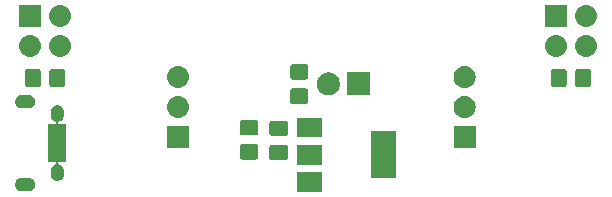
<source format=gbr>
G04 #@! TF.GenerationSoftware,KiCad,Pcbnew,(5.1.4)-1*
G04 #@! TF.CreationDate,2019-09-29T17:47:35+09:00*
G04 #@! TF.ProjectId,project 02 micro usb,70726f6a-6563-4742-9030-32206d696372,2*
G04 #@! TF.SameCoordinates,Original*
G04 #@! TF.FileFunction,Soldermask,Top*
G04 #@! TF.FilePolarity,Negative*
%FSLAX46Y46*%
G04 Gerber Fmt 4.6, Leading zero omitted, Abs format (unit mm)*
G04 Created by KiCad (PCBNEW (5.1.4)-1) date 2019-09-29 17:47:35*
%MOMM*%
%LPD*%
G04 APERTURE LIST*
%ADD10C,0.100000*%
G04 APERTURE END LIST*
D10*
G36*
X131176200Y-46376200D02*
G01*
X129023800Y-46376200D01*
X129023800Y-44723800D01*
X131176200Y-44723800D01*
X131176200Y-46376200D01*
X131176200Y-46376200D01*
G37*
G36*
X106381516Y-45176579D02*
G01*
X106437955Y-45182138D01*
X106522260Y-45207712D01*
X106546572Y-45215087D01*
X106646668Y-45268589D01*
X106734406Y-45340594D01*
X106806411Y-45428332D01*
X106859913Y-45528428D01*
X106859914Y-45528431D01*
X106892862Y-45637045D01*
X106903987Y-45750000D01*
X106892862Y-45862955D01*
X106859914Y-45971569D01*
X106859913Y-45971572D01*
X106806411Y-46071668D01*
X106734406Y-46159406D01*
X106646668Y-46231411D01*
X106546572Y-46284913D01*
X106546569Y-46284914D01*
X106437955Y-46317862D01*
X106381516Y-46323421D01*
X106353298Y-46326200D01*
X105746702Y-46326200D01*
X105718484Y-46323421D01*
X105662045Y-46317862D01*
X105553431Y-46284914D01*
X105553428Y-46284913D01*
X105453332Y-46231411D01*
X105365594Y-46159406D01*
X105293589Y-46071668D01*
X105240087Y-45971572D01*
X105240086Y-45971569D01*
X105207138Y-45862955D01*
X105196013Y-45750000D01*
X105207138Y-45637045D01*
X105240086Y-45528431D01*
X105240087Y-45528428D01*
X105293589Y-45428332D01*
X105365594Y-45340594D01*
X105453332Y-45268589D01*
X105553428Y-45215087D01*
X105577740Y-45207712D01*
X105662045Y-45182138D01*
X105718484Y-45176579D01*
X105746702Y-45173800D01*
X106353298Y-45173800D01*
X106381516Y-45176579D01*
X106381516Y-45176579D01*
G37*
G36*
X108858054Y-39056775D02*
G01*
X108961956Y-39088294D01*
X109057712Y-39139476D01*
X109141643Y-39208357D01*
X109210524Y-39292288D01*
X109261706Y-39388045D01*
X109293225Y-39491947D01*
X109301200Y-39572922D01*
X109301200Y-39927079D01*
X109293225Y-40008054D01*
X109261706Y-40111956D01*
X109210524Y-40207712D01*
X109141643Y-40291643D01*
X109057712Y-40360524D01*
X108961955Y-40411706D01*
X108904317Y-40429191D01*
X108881695Y-40438562D01*
X108861320Y-40452176D01*
X108843993Y-40469503D01*
X108830380Y-40489877D01*
X108821002Y-40512516D01*
X108816222Y-40536549D01*
X108816222Y-40561053D01*
X108821002Y-40585087D01*
X108830380Y-40607725D01*
X108843994Y-40628100D01*
X108861321Y-40645427D01*
X108881695Y-40659040D01*
X108904334Y-40668418D01*
X108940619Y-40673800D01*
X109501200Y-40673800D01*
X109501200Y-43826200D01*
X108940620Y-43826200D01*
X108916234Y-43828602D01*
X108892785Y-43835715D01*
X108871174Y-43847266D01*
X108852232Y-43862811D01*
X108836687Y-43881753D01*
X108825136Y-43903364D01*
X108818023Y-43926813D01*
X108815621Y-43951199D01*
X108818023Y-43975585D01*
X108825136Y-43999034D01*
X108836687Y-44020645D01*
X108852232Y-44039587D01*
X108871174Y-44055132D01*
X108904323Y-44070811D01*
X108961956Y-44088294D01*
X109057712Y-44139476D01*
X109141643Y-44208357D01*
X109210524Y-44292288D01*
X109261706Y-44388045D01*
X109293225Y-44491947D01*
X109301200Y-44572922D01*
X109301200Y-44927079D01*
X109293225Y-45008054D01*
X109261706Y-45111956D01*
X109210524Y-45207712D01*
X109141643Y-45291643D01*
X109057712Y-45360524D01*
X108961955Y-45411706D01*
X108858053Y-45443225D01*
X108750000Y-45453867D01*
X108641946Y-45443225D01*
X108538044Y-45411706D01*
X108442288Y-45360524D01*
X108358357Y-45291643D01*
X108289476Y-45207712D01*
X108238294Y-45111955D01*
X108206775Y-45008053D01*
X108198800Y-44927078D01*
X108198800Y-44572921D01*
X108206775Y-44491946D01*
X108238295Y-44388044D01*
X108238296Y-44388041D01*
X108289476Y-44292290D01*
X108289477Y-44292288D01*
X108358358Y-44208357D01*
X108442289Y-44139476D01*
X108538045Y-44088294D01*
X108595683Y-44070809D01*
X108618305Y-44061438D01*
X108638680Y-44047824D01*
X108656007Y-44030497D01*
X108669620Y-44010123D01*
X108678998Y-43987484D01*
X108683778Y-43963451D01*
X108683778Y-43938947D01*
X108678998Y-43914913D01*
X108669620Y-43892275D01*
X108656006Y-43871900D01*
X108638679Y-43854573D01*
X108618305Y-43840960D01*
X108595666Y-43831582D01*
X108559381Y-43826200D01*
X107998800Y-43826200D01*
X107998800Y-40673800D01*
X108559380Y-40673800D01*
X108583766Y-40671398D01*
X108607215Y-40664285D01*
X108628826Y-40652734D01*
X108647768Y-40637189D01*
X108663313Y-40618247D01*
X108674864Y-40596636D01*
X108681977Y-40573187D01*
X108684379Y-40548801D01*
X108681977Y-40524415D01*
X108674864Y-40500966D01*
X108663313Y-40479355D01*
X108647768Y-40460413D01*
X108628826Y-40444868D01*
X108595677Y-40429189D01*
X108538044Y-40411706D01*
X108442288Y-40360524D01*
X108358357Y-40291643D01*
X108289476Y-40207712D01*
X108238294Y-40111955D01*
X108206775Y-40008053D01*
X108198800Y-39927078D01*
X108198800Y-39572921D01*
X108206775Y-39491946D01*
X108238295Y-39388044D01*
X108238296Y-39388041D01*
X108289476Y-39292290D01*
X108289477Y-39292288D01*
X108358358Y-39208357D01*
X108442289Y-39139476D01*
X108538045Y-39088294D01*
X108641947Y-39056775D01*
X108750000Y-39046133D01*
X108858054Y-39056775D01*
X108858054Y-39056775D01*
G37*
G36*
X137476200Y-45226200D02*
G01*
X135323800Y-45226200D01*
X135323800Y-41273800D01*
X137476200Y-41273800D01*
X137476200Y-45226200D01*
X137476200Y-45226200D01*
G37*
G36*
X131176200Y-44076200D02*
G01*
X129023800Y-44076200D01*
X129023800Y-42423800D01*
X131176200Y-42423800D01*
X131176200Y-44076200D01*
X131176200Y-44076200D01*
G37*
G36*
X128105056Y-42403476D02*
G01*
X128144805Y-42415534D01*
X128181431Y-42435111D01*
X128213539Y-42461461D01*
X128239889Y-42493569D01*
X128259466Y-42530195D01*
X128271524Y-42569944D01*
X128276200Y-42617419D01*
X128276200Y-43482581D01*
X128271524Y-43530056D01*
X128259466Y-43569805D01*
X128239889Y-43606431D01*
X128213539Y-43638539D01*
X128181431Y-43664889D01*
X128144805Y-43684466D01*
X128105056Y-43696524D01*
X128057581Y-43701200D01*
X126942419Y-43701200D01*
X126894944Y-43696524D01*
X126855195Y-43684466D01*
X126818569Y-43664889D01*
X126786461Y-43638539D01*
X126760111Y-43606431D01*
X126740534Y-43569805D01*
X126728476Y-43530056D01*
X126723800Y-43482581D01*
X126723800Y-42617419D01*
X126728476Y-42569944D01*
X126740534Y-42530195D01*
X126760111Y-42493569D01*
X126786461Y-42461461D01*
X126818569Y-42435111D01*
X126855195Y-42415534D01*
X126894944Y-42403476D01*
X126942419Y-42398800D01*
X128057581Y-42398800D01*
X128105056Y-42403476D01*
X128105056Y-42403476D01*
G37*
G36*
X125605056Y-42353476D02*
G01*
X125644805Y-42365534D01*
X125681431Y-42385111D01*
X125713539Y-42411461D01*
X125739889Y-42443569D01*
X125759466Y-42480195D01*
X125771524Y-42519944D01*
X125776200Y-42567419D01*
X125776200Y-43432581D01*
X125771524Y-43480056D01*
X125759466Y-43519805D01*
X125739889Y-43556431D01*
X125713539Y-43588539D01*
X125681431Y-43614889D01*
X125644805Y-43634466D01*
X125605056Y-43646524D01*
X125557581Y-43651200D01*
X124442419Y-43651200D01*
X124394944Y-43646524D01*
X124355195Y-43634466D01*
X124318569Y-43614889D01*
X124286461Y-43588539D01*
X124260111Y-43556431D01*
X124240534Y-43519805D01*
X124228476Y-43480056D01*
X124223800Y-43432581D01*
X124223800Y-42567419D01*
X124228476Y-42519944D01*
X124240534Y-42480195D01*
X124260111Y-42443569D01*
X124286461Y-42411461D01*
X124318569Y-42385111D01*
X124355195Y-42365534D01*
X124394944Y-42353476D01*
X124442419Y-42348800D01*
X125557581Y-42348800D01*
X125605056Y-42353476D01*
X125605056Y-42353476D01*
G37*
G36*
X144176200Y-42676200D02*
G01*
X142323800Y-42676200D01*
X142323800Y-40823800D01*
X144176200Y-40823800D01*
X144176200Y-42676200D01*
X144176200Y-42676200D01*
G37*
G36*
X119926200Y-42676200D02*
G01*
X118073800Y-42676200D01*
X118073800Y-40823800D01*
X119926200Y-40823800D01*
X119926200Y-42676200D01*
X119926200Y-42676200D01*
G37*
G36*
X131176200Y-41776200D02*
G01*
X129023800Y-41776200D01*
X129023800Y-40123800D01*
X131176200Y-40123800D01*
X131176200Y-41776200D01*
X131176200Y-41776200D01*
G37*
G36*
X128105056Y-40353476D02*
G01*
X128144805Y-40365534D01*
X128181431Y-40385111D01*
X128213539Y-40411461D01*
X128239889Y-40443569D01*
X128259466Y-40480195D01*
X128271524Y-40519944D01*
X128276200Y-40567419D01*
X128276200Y-41432581D01*
X128271524Y-41480056D01*
X128259466Y-41519805D01*
X128239889Y-41556431D01*
X128213539Y-41588539D01*
X128181431Y-41614889D01*
X128144805Y-41634466D01*
X128105056Y-41646524D01*
X128057581Y-41651200D01*
X126942419Y-41651200D01*
X126894944Y-41646524D01*
X126855195Y-41634466D01*
X126818569Y-41614889D01*
X126786461Y-41588539D01*
X126760111Y-41556431D01*
X126740534Y-41519805D01*
X126728476Y-41480056D01*
X126723800Y-41432581D01*
X126723800Y-40567419D01*
X126728476Y-40519944D01*
X126740534Y-40480195D01*
X126760111Y-40443569D01*
X126786461Y-40411461D01*
X126818569Y-40385111D01*
X126855195Y-40365534D01*
X126894944Y-40353476D01*
X126942419Y-40348800D01*
X128057581Y-40348800D01*
X128105056Y-40353476D01*
X128105056Y-40353476D01*
G37*
G36*
X125605056Y-40303476D02*
G01*
X125644805Y-40315534D01*
X125681431Y-40335111D01*
X125713539Y-40361461D01*
X125739889Y-40393569D01*
X125759466Y-40430195D01*
X125771524Y-40469944D01*
X125776200Y-40517419D01*
X125776200Y-41382581D01*
X125771524Y-41430056D01*
X125759466Y-41469805D01*
X125739889Y-41506431D01*
X125713539Y-41538539D01*
X125681431Y-41564889D01*
X125644805Y-41584466D01*
X125605056Y-41596524D01*
X125557581Y-41601200D01*
X124442419Y-41601200D01*
X124394944Y-41596524D01*
X124355195Y-41584466D01*
X124318569Y-41564889D01*
X124286461Y-41538539D01*
X124260111Y-41506431D01*
X124240534Y-41469805D01*
X124228476Y-41430056D01*
X124223800Y-41382581D01*
X124223800Y-40517419D01*
X124228476Y-40469944D01*
X124240534Y-40430195D01*
X124260111Y-40393569D01*
X124286461Y-40361461D01*
X124318569Y-40335111D01*
X124355195Y-40315534D01*
X124394944Y-40303476D01*
X124442419Y-40298800D01*
X125557581Y-40298800D01*
X125605056Y-40303476D01*
X125605056Y-40303476D01*
G37*
G36*
X143431565Y-38297201D02*
G01*
X143606159Y-38350164D01*
X143767058Y-38436166D01*
X143908091Y-38551909D01*
X144023834Y-38692942D01*
X144109836Y-38853841D01*
X144162799Y-39028435D01*
X144180681Y-39210000D01*
X144162799Y-39391565D01*
X144109836Y-39566159D01*
X144023834Y-39727058D01*
X143908091Y-39868091D01*
X143767058Y-39983834D01*
X143606159Y-40069836D01*
X143431565Y-40122799D01*
X143295500Y-40136200D01*
X143204500Y-40136200D01*
X143068435Y-40122799D01*
X142893841Y-40069836D01*
X142732942Y-39983834D01*
X142591909Y-39868091D01*
X142476166Y-39727058D01*
X142390164Y-39566159D01*
X142337201Y-39391565D01*
X142319319Y-39210000D01*
X142337201Y-39028435D01*
X142390164Y-38853841D01*
X142476166Y-38692942D01*
X142591909Y-38551909D01*
X142732942Y-38436166D01*
X142893841Y-38350164D01*
X143068435Y-38297201D01*
X143204500Y-38283800D01*
X143295500Y-38283800D01*
X143431565Y-38297201D01*
X143431565Y-38297201D01*
G37*
G36*
X119181565Y-38297201D02*
G01*
X119356159Y-38350164D01*
X119517058Y-38436166D01*
X119658091Y-38551909D01*
X119773834Y-38692942D01*
X119859836Y-38853841D01*
X119912799Y-39028435D01*
X119930681Y-39210000D01*
X119912799Y-39391565D01*
X119859836Y-39566159D01*
X119773834Y-39727058D01*
X119658091Y-39868091D01*
X119517058Y-39983834D01*
X119356159Y-40069836D01*
X119181565Y-40122799D01*
X119045500Y-40136200D01*
X118954500Y-40136200D01*
X118818435Y-40122799D01*
X118643841Y-40069836D01*
X118482942Y-39983834D01*
X118341909Y-39868091D01*
X118226166Y-39727058D01*
X118140164Y-39566159D01*
X118087201Y-39391565D01*
X118069319Y-39210000D01*
X118087201Y-39028435D01*
X118140164Y-38853841D01*
X118226166Y-38692942D01*
X118341909Y-38551909D01*
X118482942Y-38436166D01*
X118643841Y-38350164D01*
X118818435Y-38297201D01*
X118954500Y-38283800D01*
X119045500Y-38283800D01*
X119181565Y-38297201D01*
X119181565Y-38297201D01*
G37*
G36*
X106381516Y-38176579D02*
G01*
X106437955Y-38182138D01*
X106546569Y-38215086D01*
X106546572Y-38215087D01*
X106646668Y-38268589D01*
X106734406Y-38340594D01*
X106806411Y-38428332D01*
X106859913Y-38528428D01*
X106859914Y-38528431D01*
X106892862Y-38637045D01*
X106903987Y-38750000D01*
X106892862Y-38862955D01*
X106859914Y-38971569D01*
X106859913Y-38971572D01*
X106806411Y-39071668D01*
X106734406Y-39159406D01*
X106646668Y-39231411D01*
X106546572Y-39284913D01*
X106546569Y-39284914D01*
X106437955Y-39317862D01*
X106381516Y-39323421D01*
X106353298Y-39326200D01*
X105746702Y-39326200D01*
X105718484Y-39323421D01*
X105662045Y-39317862D01*
X105553431Y-39284914D01*
X105553428Y-39284913D01*
X105453332Y-39231411D01*
X105365594Y-39159406D01*
X105293589Y-39071668D01*
X105240087Y-38971572D01*
X105240086Y-38971569D01*
X105207138Y-38862955D01*
X105196013Y-38750000D01*
X105207138Y-38637045D01*
X105240086Y-38528431D01*
X105240087Y-38528428D01*
X105293589Y-38428332D01*
X105365594Y-38340594D01*
X105453332Y-38268589D01*
X105553428Y-38215087D01*
X105553431Y-38215086D01*
X105662045Y-38182138D01*
X105718484Y-38176579D01*
X105746702Y-38173800D01*
X106353298Y-38173800D01*
X106381516Y-38176579D01*
X106381516Y-38176579D01*
G37*
G36*
X129855056Y-37628476D02*
G01*
X129894805Y-37640534D01*
X129931431Y-37660111D01*
X129963539Y-37686461D01*
X129989889Y-37718569D01*
X130009466Y-37755195D01*
X130021524Y-37794944D01*
X130026200Y-37842419D01*
X130026200Y-38707581D01*
X130021524Y-38755056D01*
X130009466Y-38794805D01*
X129989889Y-38831431D01*
X129963539Y-38863539D01*
X129931431Y-38889889D01*
X129894805Y-38909466D01*
X129855056Y-38921524D01*
X129807581Y-38926200D01*
X128692419Y-38926200D01*
X128644944Y-38921524D01*
X128605195Y-38909466D01*
X128568569Y-38889889D01*
X128536461Y-38863539D01*
X128510111Y-38831431D01*
X128490534Y-38794805D01*
X128478476Y-38755056D01*
X128473800Y-38707581D01*
X128473800Y-37842419D01*
X128478476Y-37794944D01*
X128490534Y-37755195D01*
X128510111Y-37718569D01*
X128536461Y-37686461D01*
X128568569Y-37660111D01*
X128605195Y-37640534D01*
X128644944Y-37628476D01*
X128692419Y-37623800D01*
X129807581Y-37623800D01*
X129855056Y-37628476D01*
X129855056Y-37628476D01*
G37*
G36*
X135226200Y-38226200D02*
G01*
X133273800Y-38226200D01*
X133273800Y-36273800D01*
X135226200Y-36273800D01*
X135226200Y-38226200D01*
X135226200Y-38226200D01*
G37*
G36*
X131931880Y-36298810D02*
G01*
X131994747Y-36311315D01*
X132172404Y-36384903D01*
X132332291Y-36491736D01*
X132468264Y-36627709D01*
X132575097Y-36787596D01*
X132575098Y-36787598D01*
X132585843Y-36813539D01*
X132604867Y-36859466D01*
X132648685Y-36965254D01*
X132686200Y-37153851D01*
X132686200Y-37346149D01*
X132675415Y-37400369D01*
X132648685Y-37534747D01*
X132602871Y-37645352D01*
X132577449Y-37706727D01*
X132575097Y-37712404D01*
X132468264Y-37872291D01*
X132332291Y-38008264D01*
X132172404Y-38115097D01*
X131994747Y-38188685D01*
X131931880Y-38201190D01*
X131806149Y-38226200D01*
X131613851Y-38226200D01*
X131488120Y-38201190D01*
X131425253Y-38188685D01*
X131247596Y-38115097D01*
X131087709Y-38008264D01*
X130951736Y-37872291D01*
X130844903Y-37712404D01*
X130842552Y-37706727D01*
X130817129Y-37645352D01*
X130771315Y-37534747D01*
X130744585Y-37400369D01*
X130733800Y-37346149D01*
X130733800Y-37153851D01*
X130771315Y-36965254D01*
X130815134Y-36859466D01*
X130834157Y-36813539D01*
X130844902Y-36787598D01*
X130844903Y-36787596D01*
X130951736Y-36627709D01*
X131087709Y-36491736D01*
X131247596Y-36384903D01*
X131425253Y-36311315D01*
X131488120Y-36298810D01*
X131613851Y-36273800D01*
X131806149Y-36273800D01*
X131931880Y-36298810D01*
X131931880Y-36298810D01*
G37*
G36*
X119181565Y-35757201D02*
G01*
X119356159Y-35810164D01*
X119517058Y-35896166D01*
X119658091Y-36011909D01*
X119773834Y-36152942D01*
X119859836Y-36313841D01*
X119912799Y-36488435D01*
X119930681Y-36670000D01*
X119912799Y-36851565D01*
X119859836Y-37026159D01*
X119773834Y-37187058D01*
X119658091Y-37328091D01*
X119517058Y-37443834D01*
X119356159Y-37529836D01*
X119181565Y-37582799D01*
X119045500Y-37596200D01*
X118954500Y-37596200D01*
X118818435Y-37582799D01*
X118643841Y-37529836D01*
X118482942Y-37443834D01*
X118341909Y-37328091D01*
X118226166Y-37187058D01*
X118140164Y-37026159D01*
X118087201Y-36851565D01*
X118069319Y-36670000D01*
X118087201Y-36488435D01*
X118140164Y-36313841D01*
X118226166Y-36152942D01*
X118341909Y-36011909D01*
X118482942Y-35896166D01*
X118643841Y-35810164D01*
X118818435Y-35757201D01*
X118954500Y-35743800D01*
X119045500Y-35743800D01*
X119181565Y-35757201D01*
X119181565Y-35757201D01*
G37*
G36*
X143431565Y-35757201D02*
G01*
X143606159Y-35810164D01*
X143767058Y-35896166D01*
X143908091Y-36011909D01*
X144023834Y-36152942D01*
X144109836Y-36313841D01*
X144162799Y-36488435D01*
X144180681Y-36670000D01*
X144162799Y-36851565D01*
X144109836Y-37026159D01*
X144023834Y-37187058D01*
X143908091Y-37328091D01*
X143767058Y-37443834D01*
X143606159Y-37529836D01*
X143431565Y-37582799D01*
X143295500Y-37596200D01*
X143204500Y-37596200D01*
X143068435Y-37582799D01*
X142893841Y-37529836D01*
X142732942Y-37443834D01*
X142591909Y-37328091D01*
X142476166Y-37187058D01*
X142390164Y-37026159D01*
X142337201Y-36851565D01*
X142319319Y-36670000D01*
X142337201Y-36488435D01*
X142390164Y-36313841D01*
X142476166Y-36152942D01*
X142591909Y-36011909D01*
X142732942Y-35896166D01*
X142893841Y-35810164D01*
X143068435Y-35757201D01*
X143204500Y-35743800D01*
X143295500Y-35743800D01*
X143431565Y-35757201D01*
X143431565Y-35757201D01*
G37*
G36*
X109230056Y-35978476D02*
G01*
X109269805Y-35990534D01*
X109306431Y-36010111D01*
X109338539Y-36036461D01*
X109364889Y-36068569D01*
X109384466Y-36105195D01*
X109396524Y-36144944D01*
X109401200Y-36192419D01*
X109401200Y-37307581D01*
X109396524Y-37355056D01*
X109384466Y-37394805D01*
X109364889Y-37431431D01*
X109338539Y-37463539D01*
X109306431Y-37489889D01*
X109269805Y-37509466D01*
X109230056Y-37521524D01*
X109182581Y-37526200D01*
X108317419Y-37526200D01*
X108269944Y-37521524D01*
X108230195Y-37509466D01*
X108193569Y-37489889D01*
X108161461Y-37463539D01*
X108135111Y-37431431D01*
X108115534Y-37394805D01*
X108103476Y-37355056D01*
X108098800Y-37307581D01*
X108098800Y-36192419D01*
X108103476Y-36144944D01*
X108115534Y-36105195D01*
X108135111Y-36068569D01*
X108161461Y-36036461D01*
X108193569Y-36010111D01*
X108230195Y-35990534D01*
X108269944Y-35978476D01*
X108317419Y-35973800D01*
X109182581Y-35973800D01*
X109230056Y-35978476D01*
X109230056Y-35978476D01*
G37*
G36*
X107180056Y-35978476D02*
G01*
X107219805Y-35990534D01*
X107256431Y-36010111D01*
X107288539Y-36036461D01*
X107314889Y-36068569D01*
X107334466Y-36105195D01*
X107346524Y-36144944D01*
X107351200Y-36192419D01*
X107351200Y-37307581D01*
X107346524Y-37355056D01*
X107334466Y-37394805D01*
X107314889Y-37431431D01*
X107288539Y-37463539D01*
X107256431Y-37489889D01*
X107219805Y-37509466D01*
X107180056Y-37521524D01*
X107132581Y-37526200D01*
X106267419Y-37526200D01*
X106219944Y-37521524D01*
X106180195Y-37509466D01*
X106143569Y-37489889D01*
X106111461Y-37463539D01*
X106085111Y-37431431D01*
X106065534Y-37394805D01*
X106053476Y-37355056D01*
X106048800Y-37307581D01*
X106048800Y-36192419D01*
X106053476Y-36144944D01*
X106065534Y-36105195D01*
X106085111Y-36068569D01*
X106111461Y-36036461D01*
X106143569Y-36010111D01*
X106180195Y-35990534D01*
X106219944Y-35978476D01*
X106267419Y-35973800D01*
X107132581Y-35973800D01*
X107180056Y-35978476D01*
X107180056Y-35978476D01*
G37*
G36*
X151705056Y-35978476D02*
G01*
X151744805Y-35990534D01*
X151781431Y-36010111D01*
X151813539Y-36036461D01*
X151839889Y-36068569D01*
X151859466Y-36105195D01*
X151871524Y-36144944D01*
X151876200Y-36192419D01*
X151876200Y-37307581D01*
X151871524Y-37355056D01*
X151859466Y-37394805D01*
X151839889Y-37431431D01*
X151813539Y-37463539D01*
X151781431Y-37489889D01*
X151744805Y-37509466D01*
X151705056Y-37521524D01*
X151657581Y-37526200D01*
X150792419Y-37526200D01*
X150744944Y-37521524D01*
X150705195Y-37509466D01*
X150668569Y-37489889D01*
X150636461Y-37463539D01*
X150610111Y-37431431D01*
X150590534Y-37394805D01*
X150578476Y-37355056D01*
X150573800Y-37307581D01*
X150573800Y-36192419D01*
X150578476Y-36144944D01*
X150590534Y-36105195D01*
X150610111Y-36068569D01*
X150636461Y-36036461D01*
X150668569Y-36010111D01*
X150705195Y-35990534D01*
X150744944Y-35978476D01*
X150792419Y-35973800D01*
X151657581Y-35973800D01*
X151705056Y-35978476D01*
X151705056Y-35978476D01*
G37*
G36*
X153755056Y-35978476D02*
G01*
X153794805Y-35990534D01*
X153831431Y-36010111D01*
X153863539Y-36036461D01*
X153889889Y-36068569D01*
X153909466Y-36105195D01*
X153921524Y-36144944D01*
X153926200Y-36192419D01*
X153926200Y-37307581D01*
X153921524Y-37355056D01*
X153909466Y-37394805D01*
X153889889Y-37431431D01*
X153863539Y-37463539D01*
X153831431Y-37489889D01*
X153794805Y-37509466D01*
X153755056Y-37521524D01*
X153707581Y-37526200D01*
X152842419Y-37526200D01*
X152794944Y-37521524D01*
X152755195Y-37509466D01*
X152718569Y-37489889D01*
X152686461Y-37463539D01*
X152660111Y-37431431D01*
X152640534Y-37394805D01*
X152628476Y-37355056D01*
X152623800Y-37307581D01*
X152623800Y-36192419D01*
X152628476Y-36144944D01*
X152640534Y-36105195D01*
X152660111Y-36068569D01*
X152686461Y-36036461D01*
X152718569Y-36010111D01*
X152755195Y-35990534D01*
X152794944Y-35978476D01*
X152842419Y-35973800D01*
X153707581Y-35973800D01*
X153755056Y-35978476D01*
X153755056Y-35978476D01*
G37*
G36*
X129855056Y-35578476D02*
G01*
X129894805Y-35590534D01*
X129931431Y-35610111D01*
X129963539Y-35636461D01*
X129989889Y-35668569D01*
X130009466Y-35705195D01*
X130021524Y-35744944D01*
X130026200Y-35792419D01*
X130026200Y-36657581D01*
X130021524Y-36705056D01*
X130009466Y-36744805D01*
X129989889Y-36781431D01*
X129963539Y-36813539D01*
X129931431Y-36839889D01*
X129894805Y-36859466D01*
X129855056Y-36871524D01*
X129807581Y-36876200D01*
X128692419Y-36876200D01*
X128644944Y-36871524D01*
X128605195Y-36859466D01*
X128568569Y-36839889D01*
X128536461Y-36813539D01*
X128510111Y-36781431D01*
X128490534Y-36744805D01*
X128478476Y-36705056D01*
X128473800Y-36657581D01*
X128473800Y-35792419D01*
X128478476Y-35744944D01*
X128490534Y-35705195D01*
X128510111Y-35668569D01*
X128536461Y-35636461D01*
X128568569Y-35610111D01*
X128605195Y-35590534D01*
X128644944Y-35578476D01*
X128692419Y-35573800D01*
X129807581Y-35573800D01*
X129855056Y-35578476D01*
X129855056Y-35578476D01*
G37*
G36*
X153721565Y-33127201D02*
G01*
X153896159Y-33180164D01*
X154057058Y-33266166D01*
X154198091Y-33381909D01*
X154313834Y-33522942D01*
X154399836Y-33683841D01*
X154452799Y-33858435D01*
X154470681Y-34040000D01*
X154452799Y-34221565D01*
X154399836Y-34396159D01*
X154313834Y-34557058D01*
X154198091Y-34698091D01*
X154057058Y-34813834D01*
X153896159Y-34899836D01*
X153721565Y-34952799D01*
X153585500Y-34966200D01*
X153494500Y-34966200D01*
X153358435Y-34952799D01*
X153183841Y-34899836D01*
X153022942Y-34813834D01*
X152881909Y-34698091D01*
X152766166Y-34557058D01*
X152680164Y-34396159D01*
X152627201Y-34221565D01*
X152609319Y-34040000D01*
X152627201Y-33858435D01*
X152680164Y-33683841D01*
X152766166Y-33522942D01*
X152881909Y-33381909D01*
X153022942Y-33266166D01*
X153183841Y-33180164D01*
X153358435Y-33127201D01*
X153494500Y-33113800D01*
X153585500Y-33113800D01*
X153721565Y-33127201D01*
X153721565Y-33127201D01*
G37*
G36*
X109181565Y-33127201D02*
G01*
X109356159Y-33180164D01*
X109517058Y-33266166D01*
X109658091Y-33381909D01*
X109773834Y-33522942D01*
X109859836Y-33683841D01*
X109912799Y-33858435D01*
X109930681Y-34040000D01*
X109912799Y-34221565D01*
X109859836Y-34396159D01*
X109773834Y-34557058D01*
X109658091Y-34698091D01*
X109517058Y-34813834D01*
X109356159Y-34899836D01*
X109181565Y-34952799D01*
X109045500Y-34966200D01*
X108954500Y-34966200D01*
X108818435Y-34952799D01*
X108643841Y-34899836D01*
X108482942Y-34813834D01*
X108341909Y-34698091D01*
X108226166Y-34557058D01*
X108140164Y-34396159D01*
X108087201Y-34221565D01*
X108069319Y-34040000D01*
X108087201Y-33858435D01*
X108140164Y-33683841D01*
X108226166Y-33522942D01*
X108341909Y-33381909D01*
X108482942Y-33266166D01*
X108643841Y-33180164D01*
X108818435Y-33127201D01*
X108954500Y-33113800D01*
X109045500Y-33113800D01*
X109181565Y-33127201D01*
X109181565Y-33127201D01*
G37*
G36*
X106641565Y-33127201D02*
G01*
X106816159Y-33180164D01*
X106977058Y-33266166D01*
X107118091Y-33381909D01*
X107233834Y-33522942D01*
X107319836Y-33683841D01*
X107372799Y-33858435D01*
X107390681Y-34040000D01*
X107372799Y-34221565D01*
X107319836Y-34396159D01*
X107233834Y-34557058D01*
X107118091Y-34698091D01*
X106977058Y-34813834D01*
X106816159Y-34899836D01*
X106641565Y-34952799D01*
X106505500Y-34966200D01*
X106414500Y-34966200D01*
X106278435Y-34952799D01*
X106103841Y-34899836D01*
X105942942Y-34813834D01*
X105801909Y-34698091D01*
X105686166Y-34557058D01*
X105600164Y-34396159D01*
X105547201Y-34221565D01*
X105529319Y-34040000D01*
X105547201Y-33858435D01*
X105600164Y-33683841D01*
X105686166Y-33522942D01*
X105801909Y-33381909D01*
X105942942Y-33266166D01*
X106103841Y-33180164D01*
X106278435Y-33127201D01*
X106414500Y-33113800D01*
X106505500Y-33113800D01*
X106641565Y-33127201D01*
X106641565Y-33127201D01*
G37*
G36*
X151181565Y-33127201D02*
G01*
X151356159Y-33180164D01*
X151517058Y-33266166D01*
X151658091Y-33381909D01*
X151773834Y-33522942D01*
X151859836Y-33683841D01*
X151912799Y-33858435D01*
X151930681Y-34040000D01*
X151912799Y-34221565D01*
X151859836Y-34396159D01*
X151773834Y-34557058D01*
X151658091Y-34698091D01*
X151517058Y-34813834D01*
X151356159Y-34899836D01*
X151181565Y-34952799D01*
X151045500Y-34966200D01*
X150954500Y-34966200D01*
X150818435Y-34952799D01*
X150643841Y-34899836D01*
X150482942Y-34813834D01*
X150341909Y-34698091D01*
X150226166Y-34557058D01*
X150140164Y-34396159D01*
X150087201Y-34221565D01*
X150069319Y-34040000D01*
X150087201Y-33858435D01*
X150140164Y-33683841D01*
X150226166Y-33522942D01*
X150341909Y-33381909D01*
X150482942Y-33266166D01*
X150643841Y-33180164D01*
X150818435Y-33127201D01*
X150954500Y-33113800D01*
X151045500Y-33113800D01*
X151181565Y-33127201D01*
X151181565Y-33127201D01*
G37*
G36*
X107386200Y-32426200D02*
G01*
X105533800Y-32426200D01*
X105533800Y-30573800D01*
X107386200Y-30573800D01*
X107386200Y-32426200D01*
X107386200Y-32426200D01*
G37*
G36*
X153721565Y-30587201D02*
G01*
X153896159Y-30640164D01*
X154057058Y-30726166D01*
X154198091Y-30841909D01*
X154313834Y-30982942D01*
X154399836Y-31143841D01*
X154452799Y-31318435D01*
X154470681Y-31500000D01*
X154452799Y-31681565D01*
X154399836Y-31856159D01*
X154313834Y-32017058D01*
X154198091Y-32158091D01*
X154057058Y-32273834D01*
X153896159Y-32359836D01*
X153721565Y-32412799D01*
X153585500Y-32426200D01*
X153494500Y-32426200D01*
X153358435Y-32412799D01*
X153183841Y-32359836D01*
X153022942Y-32273834D01*
X152881909Y-32158091D01*
X152766166Y-32017058D01*
X152680164Y-31856159D01*
X152627201Y-31681565D01*
X152609319Y-31500000D01*
X152627201Y-31318435D01*
X152680164Y-31143841D01*
X152766166Y-30982942D01*
X152881909Y-30841909D01*
X153022942Y-30726166D01*
X153183841Y-30640164D01*
X153358435Y-30587201D01*
X153494500Y-30573800D01*
X153585500Y-30573800D01*
X153721565Y-30587201D01*
X153721565Y-30587201D01*
G37*
G36*
X151926200Y-32426200D02*
G01*
X150073800Y-32426200D01*
X150073800Y-30573800D01*
X151926200Y-30573800D01*
X151926200Y-32426200D01*
X151926200Y-32426200D01*
G37*
G36*
X109181565Y-30587201D02*
G01*
X109356159Y-30640164D01*
X109517058Y-30726166D01*
X109658091Y-30841909D01*
X109773834Y-30982942D01*
X109859836Y-31143841D01*
X109912799Y-31318435D01*
X109930681Y-31500000D01*
X109912799Y-31681565D01*
X109859836Y-31856159D01*
X109773834Y-32017058D01*
X109658091Y-32158091D01*
X109517058Y-32273834D01*
X109356159Y-32359836D01*
X109181565Y-32412799D01*
X109045500Y-32426200D01*
X108954500Y-32426200D01*
X108818435Y-32412799D01*
X108643841Y-32359836D01*
X108482942Y-32273834D01*
X108341909Y-32158091D01*
X108226166Y-32017058D01*
X108140164Y-31856159D01*
X108087201Y-31681565D01*
X108069319Y-31500000D01*
X108087201Y-31318435D01*
X108140164Y-31143841D01*
X108226166Y-30982942D01*
X108341909Y-30841909D01*
X108482942Y-30726166D01*
X108643841Y-30640164D01*
X108818435Y-30587201D01*
X108954500Y-30573800D01*
X109045500Y-30573800D01*
X109181565Y-30587201D01*
X109181565Y-30587201D01*
G37*
M02*

</source>
